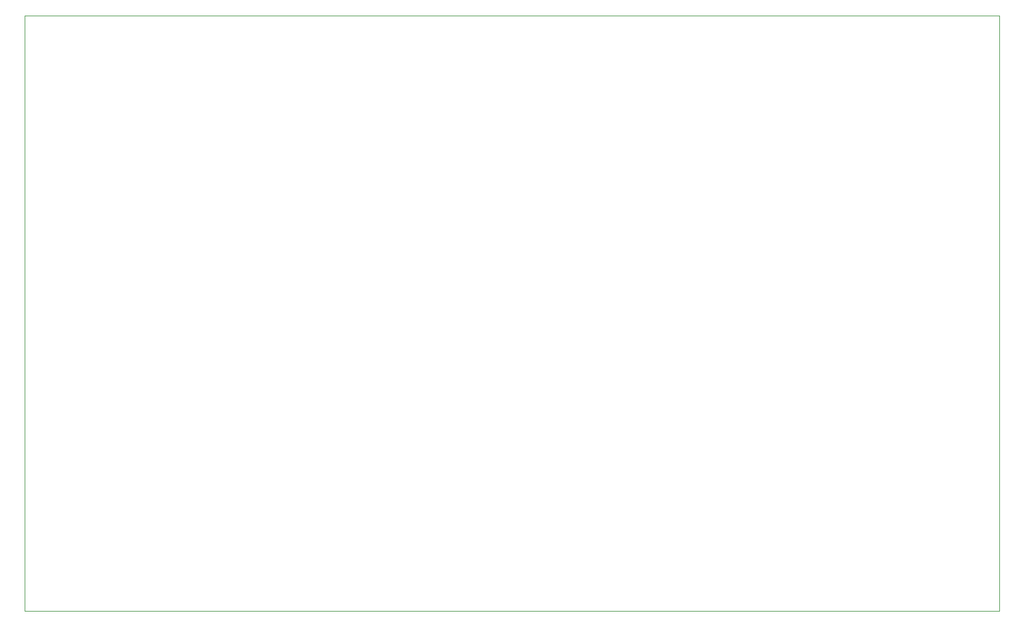
<source format=gbr>
%TF.GenerationSoftware,KiCad,Pcbnew,6.0.2+dfsg-1*%
%TF.CreationDate,2022-10-05T13:12:57-04:00*%
%TF.ProjectId,overnight-sensations,6f766572-6e69-4676-9874-2d73656e7361,rev?*%
%TF.SameCoordinates,Original*%
%TF.FileFunction,Profile,NP*%
%FSLAX46Y46*%
G04 Gerber Fmt 4.6, Leading zero omitted, Abs format (unit mm)*
G04 Created by KiCad (PCBNEW 6.0.2+dfsg-1) date 2022-10-05 13:12:57*
%MOMM*%
%LPD*%
G01*
G04 APERTURE LIST*
%TA.AperFunction,Profile*%
%ADD10C,0.100000*%
%TD*%
G04 APERTURE END LIST*
D10*
X127000000Y-48260000D02*
X264160000Y-48260000D01*
X264160000Y-48260000D02*
X264160000Y-132080000D01*
X264160000Y-132080000D02*
X127000000Y-132080000D01*
X127000000Y-132080000D02*
X127000000Y-48260000D01*
M02*

</source>
